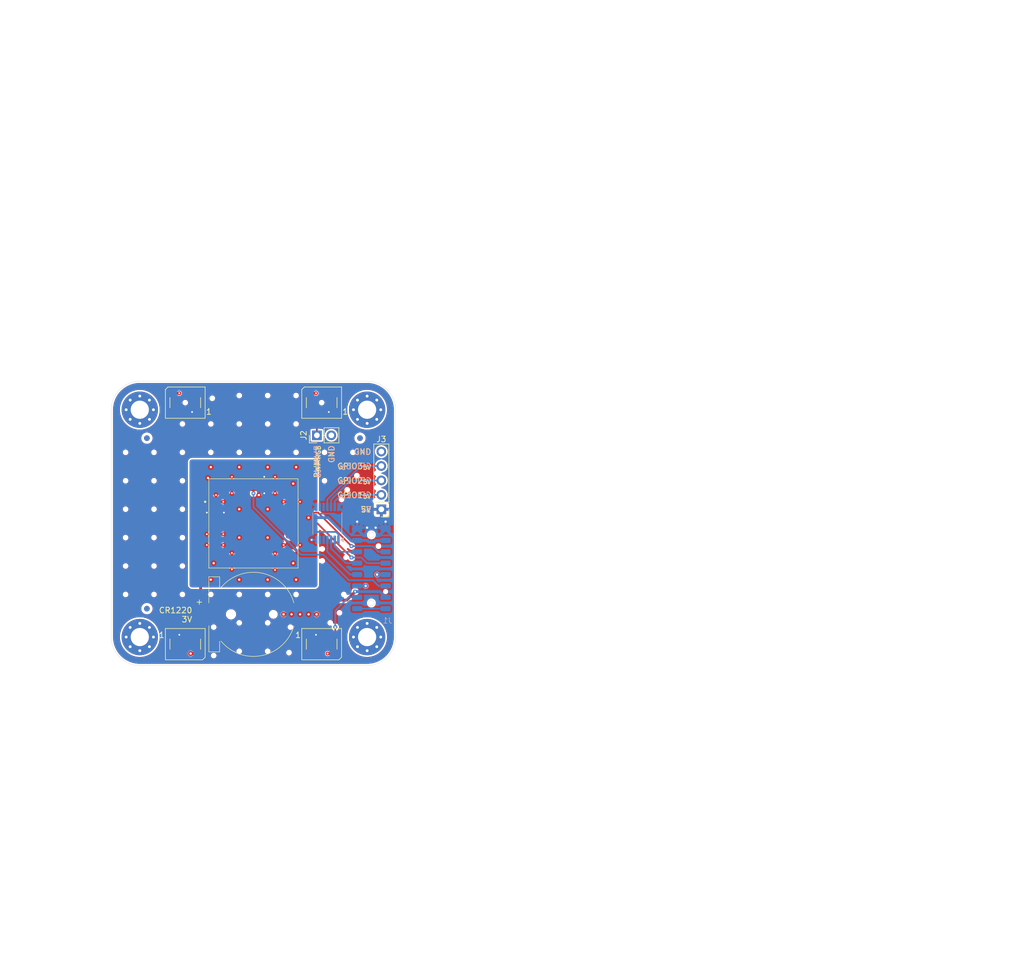
<source format=kicad_pcb>
(kicad_pcb (version 20240108) (generator "pcbnew") (generator_version "8.0")
  (title_block (title "Nerve GPS PCB") (rev "0.1.0-alpha"))
  (layers (0 "F.Cu" signal) (1 "In1.Cu" power) (2 "In2.Cu" power) (31 "B.Cu" signal) (34 "B.Paste" user) (35 "F.Paste" user) (36 "B.SilkS" user "B.Silkscreen") (37 "F.SilkS" user "F.Silkscreen") (38 "B.Mask" user) (39 "F.Mask" user) (44 "Edge.Cuts" user))
  (net 0 "")
  (net 1 "+3VBATT")
  (net 2 "GND")
  (net 3 "/LED_PWM_{5V}")
  (net 4 "+5V")
  (net 5 "+3V3")
  (net 6 "/GPIO_3")
  (net 7 "/GPIO_1")
  (net 8 "/GPS_UART_TX")
  (net 9 "/GPIO_2")
  (net 10 "/GPS_NRST")
  (net 11 "/GPS_UART_RX")
  (net 12 "/GPIO_2_{5V}")
  (net 13 "Net-(D1-DOUT)")
  (net 14 "/GPIO_3_{5V}")
  (net 15 "Net-(D2-DOUT)")
  (net 16 "Net-(D3-DOUT)")
  (net 17 "Net-(D4-DOUT)")
  (net 18 "/GPIO_1_{5V}")
  (net 26 "Net-(J1-Pad15)")
  (footprint "Fiducial:Fiducial_1mm_Mask2mm" (layer "F.Cu") (at 129.75 120)
    (property "Reference" "FM1" (hide yes))
    (property "Value" "1mm")
    (pad "" smd circle (at 0 0) (size 1 1) (layers "F.Cu" "F.Mask") (clearance 0.5))
  )
  (footprint "Fiducial:Fiducial_1mm_Mask2mm" (layer "F.Cu") (at 129.75 90)
    (property "Reference" "FM2" (hide yes))
    (property "Value" "1mm")
    (pad "" smd circle (at 0 0) (size 1 1) (layers "F.Cu" "F.Mask") (clearance 0.5))
  )
  (footprint "ublox:ublox_sam" (layer "F.Cu") (at 148.5 105)
    (property "Reference" "U1" (hide yes))
    (property "Value" "SAM-M10Q")
    (pad "1" smd roundrect (at -6.6 -3.8) (size 1.8 1.5) (layers "F.Cu" "F.Mask") (net 2 "GND"))
    (pad "2" smd roundrect (at -6.6 -1.9) (size 1.8 1.5) (layers "F.Cu" "F.Mask") (net 5 "+3V3"))
    (pad "3" smd roundrect (at -6.6 0) (size 1.8 1.5) (layers "F.Cu" "F.Mask") (net 1 "+3VBATT"))
    (pad "4" smd roundrect (at -6.6 1.9) (size 1.8 1.5) (layers "F.Cu" "F.Mask") (net 2 "GND"))
    (pad "5" smd roundrect (at -6.6 3.8) (size 1.8 1.5) (layers "F.Cu" "F.Mask") (net 2 "GND"))
    (pad "6" smd roundrect (at -3.8 6.6) (size 1.5 1.8) (layers "F.Cu" "F.Mask") (net 2 "GND"))
    (pad "7" smd roundrect (at -1.9 6.6) (size 1.5 1.8) (layers "F.Cu" "F.Mask"))
    (pad "8" smd roundrect (at 0 6.6) (size 1.5 1.8) (layers "F.Cu" "F.Mask"))
    (pad "9" smd roundrect (at 1.9 6.6) (size 1.5 1.8) (layers "F.Cu" "F.Mask"))
    (pad "10" smd roundrect (at 3.8 6.6) (size 1.5 1.8) (layers "F.Cu" "F.Mask") (net 2 "GND"))
    (pad "11" smd roundrect (at 6.6 3.8) (size 1.8 1.5) (layers "F.Cu" "F.Mask") (net 2 "GND"))
    (pad "12" smd roundrect (at 6.6 1.9) (size 1.8 1.5) (layers "F.Cu" "F.Mask"))
    (pad "13" smd roundrect (at 6.6 0) (size 1.8 1.5) (layers "F.Cu" "F.Mask") (net 11 "/GPS_UART_RX"))
    (pad "14" smd roundrect (at 6.6 -1.9) (size 1.8 1.5) (layers "F.Cu" "F.Mask") (net 8 "/GPS_UART_TX"))
    (pad "15" smd roundrect (at 6.6 -3.8) (size 1.8 1.5) (layers "F.Cu" "F.Mask") (net 2 "GND"))
    (pad "16" smd roundrect (at 3.8 -6.6) (size 1.5 1.8) (layers "F.Cu" "F.Mask") (net 2 "GND"))
    (pad "17" smd roundrect (at 1.9 -6.6) (size 1.5 1.8) (layers "F.Cu" "F.Mask") (net 5 "+3V3"))
    (pad "18" smd roundrect (at 0 -6.6) (size 1.5 1.8) (layers "F.Cu" "F.Mask") (net 10 "/GPS_NRST"))
    (pad "19" smd roundrect (at -1.9 -6.6) (size 1.5 1.8) (layers "F.Cu" "F.Mask"))
    (pad "20" smd roundrect (at -3.8 -6.6) (size 1.5 1.8) (layers "F.Cu" "F.Mask") (net 2 "GND"))
  )
  (footprint "LED_SMD:LED_WS2812B_PLCC4_5.0x5.0mm_P3.2mm" (layer "F.Cu") (at 136.5 83.75 180)
    (property "Reference" "D3" (hide yes))
    (property "Value" "WS2812B")
    (fp_text user "1" (at -4.15 -1.6 0) (layer "F.SilkS"))
    (pad "1" smd roundrect (at -2.45 -1.65 180) (size 1.5 0.9) (layers "F.Cu" "F.Paste" "F.Mask") (roundrect_rratio 0.1) (net 4 "+5V"))
    (pad "2" smd roundrect (at -2.45 1.65 180) (size 1.5 0.9) (layers "F.Cu" "F.Paste" "F.Mask") (roundrect_rratio 0.1) (net 16 "Net-(D3-DOUT)"))
    (pad "3" smd roundrect (at 2.45 1.65 180) (size 1.5 0.9) (layers "F.Cu" "F.Paste" "F.Mask") (roundrect_rratio 0.1) (net 2 "GND"))
    (pad "4" smd roundrect (at 2.45 -1.65 180) (size 1.5 0.9) (layers "F.Cu" "F.Paste" "F.Mask") (roundrect_rratio 0.1) (net 15 "Net-(D2-DOUT)"))
  )
  (footprint "MountingHole:MountingHole_3.2mm_M3_Pad_Via" (layer "F.Cu") (at 128.5 85 -45)
    (property "Reference" "H1" (hide yes))
    (property "Value" "M3")
    (pad "1" thru_hole circle (at -2.4 0 315) (size 0.8 0.8) (drill 0.5) (layers "*.Cu" "*.Mask") (net 2 "GND"))
    (pad "1" thru_hole circle (at -1.697056 -1.697056 315) (size 0.8 0.8) (drill 0.5) (layers "*.Cu" "*.Mask") (net 2 "GND"))
    (pad "1" thru_hole circle (at -1.697056 1.697056 315) (size 0.8 0.8) (drill 0.5) (layers "*.Cu" "*.Mask") (net 2 "GND"))
    (pad "1" thru_hole circle (at 0 -2.4 315) (size 0.8 0.8) (drill 0.5) (layers "*.Cu" "*.Mask") (net 2 "GND"))
    (pad "1" thru_hole circle (at 0 0 315) (size 6.4 6.4) (drill 3.2) (layers "*.Cu" "*.Mask") (net 2 "GND"))
    (pad "1" thru_hole circle (at 0 2.4 315) (size 0.8 0.8) (drill 0.5) (layers "*.Cu" "*.Mask") (net 2 "GND"))
    (pad "1" thru_hole circle (at 1.697056 -1.697056 315) (size 0.8 0.8) (drill 0.5) (layers "*.Cu" "*.Mask") (net 2 "GND"))
    (pad "1" thru_hole circle (at 1.697056 1.697056 315) (size 0.8 0.8) (drill 0.5) (layers "*.Cu" "*.Mask") (net 2 "GND"))
    (pad "1" thru_hole circle (at 2.4 0 315) (size 0.8 0.8) (drill 0.5) (layers "*.Cu" "*.Mask") (net 2 "GND"))
  )
  (footprint "MountingHole:MountingHole_3.2mm_M3_Pad_Via" (layer "F.Cu") (at 168.5 85 135)
    (property "Reference" "H2" (hide yes))
    (property "Value" "M3")
    (pad "1" thru_hole circle (at -2.4 0 135) (size 0.8 0.8) (drill 0.5) (layers "*.Cu" "*.Mask") (net 2 "GND"))
    (pad "1" thru_hole circle (at -1.697056 -1.697056 135) (size 0.8 0.8) (drill 0.5) (layers "*.Cu" "*.Mask") (net 2 "GND"))
    (pad "1" thru_hole circle (at -1.697056 1.697056 135) (size 0.8 0.8) (drill 0.5) (layers "*.Cu" "*.Mask") (net 2 "GND"))
    (pad "1" thru_hole circle (at 0 -2.4 135) (size 0.8 0.8) (drill 0.5) (layers "*.Cu" "*.Mask") (net 2 "GND"))
    (pad "1" thru_hole circle (at 0 0 135) (size 6.4 6.4) (drill 3.2) (layers "*.Cu" "*.Mask") (net 2 "GND"))
    (pad "1" thru_hole circle (at 0 2.4 135) (size 0.8 0.8) (drill 0.5) (layers "*.Cu" "*.Mask") (net 2 "GND"))
    (pad "1" thru_hole circle (at 1.697056 -1.697056 135) (size 0.8 0.8) (drill 0.5) (layers "*.Cu" "*.Mask") (net 2 "GND"))
    (pad "1" thru_hole circle (at 1.697056 1.697056 135) (size 0.8 0.8) (drill 0.5) (layers "*.Cu" "*.Mask") (net 2 "GND"))
    (pad "1" thru_hole circle (at 2.4 0 135) (size 0.8 0.8) (drill 0.5) (layers "*.Cu" "*.Mask") (net 2 "GND"))
  )
  (footprint "Connector_PinHeader_2.54mm:PinHeader_1x02_P2.54mm_Vertical" (layer "F.Cu") (at 159.66 89.5 90)
    (property "Reference" "J2" (at 0 -2.33 90) (layer "F.SilkS"))
    (property "Value" "WS2812B")
    (pad "1" thru_hole rect (at 0 0 90) (size 1.7 1.7) (drill 1) (layers "*.Cu" "*.Mask") (net 17 "Net-(D4-DOUT)"))
    (pad "2" thru_hole oval (at 0 2.54 90) (size 1.7 1.7) (drill 1) (layers "*.Cu" "*.Mask") (net 2 "GND"))
  )
  (footprint "Connector_PinHeader_2.54mm:PinHeader_1x05_P2.54mm_Vertical" (layer "F.Cu") (at 171 102.52 180)
    (property "Reference" "J3" (at 0 12.325 180) (layer "F.SilkS"))
    (property "Value" "5V GPIO Breakout")
    (pad "1" thru_hole rect (at 0 0 180) (size 1.7 1.7) (drill 1) (layers "*.Cu" "*.Mask") (net 4 "+5V"))
    (pad "2" thru_hole oval (at 0 2.54 180) (size 1.7 1.7) (drill 1) (layers "*.Cu" "*.Mask") (net 18 "/GPIO_1_{5V}"))
    (pad "3" thru_hole oval (at 0 5.08 180) (size 1.7 1.7) (drill 1) (layers "*.Cu" "*.Mask") (net 12 "/GPIO_2_{5V}"))
    (pad "4" thru_hole oval (at 0 7.62 180) (size 1.7 1.7) (drill 1) (layers "*.Cu" "*.Mask") (net 14 "/GPIO_3_{5V}"))
    (pad "5" thru_hole oval (at 0 10.16 180) (size 1.7 1.7) (drill 1) (layers "*.Cu" "*.Mask") (net 2 "GND"))
  )
  (footprint "MountingHole:MountingHole_3.2mm_M3_Pad_Via" (layer "F.Cu") (at 168.5 125 135)
    (property "Reference" "H4" (hide yes))
    (property "Value" "M3")
    (pad "1" thru_hole circle (at -2.4 0 135) (size 0.8 0.8) (drill 0.5) (layers "*.Cu" "*.Mask") (net 2 "GND"))
    (pad "1" thru_hole circle (at -1.697056 -1.697056 135) (size 0.8 0.8) (drill 0.5) (layers "*.Cu" "*.Mask") (net 2 "GND"))
    (pad "1" thru_hole circle (at -1.697056 1.697056 135) (size 0.8 0.8) (drill 0.5) (layers "*.Cu" "*.Mask") (net 2 "GND"))
    (pad "1" thru_hole circle (at 0 -2.4 135) (size 0.8 0.8) (drill 0.5) (layers "*.Cu" "*.Mask") (net 2 "GND"))
    (pad "1" thru_hole circle (at 0 0 135) (size 6.4 6.4) (drill 3.2) (layers "*.Cu" "*.Mask") (net 2 "GND"))
    (pad "1" thru_hole circle (at 0 2.4 135) (size 0.8 0.8) (drill 0.5) (layers "*.Cu" "*.Mask") (net 2 "GND"))
    (pad "1" thru_hole circle (at 1.697056 -1.697056 135) (size 0.8 0.8) (drill 0.5) (layers "*.Cu" "*.Mask") (net 2 "GND"))
    (pad "1" thru_hole circle (at 1.697056 1.697056 135) (size 0.8 0.8) (drill 0.5) (layers "*.Cu" "*.Mask") (net 2 "GND"))
    (pad "1" thru_hole circle (at 2.4 0 135) (size 0.8 0.8) (drill 0.5) (layers "*.Cu" "*.Mask") (net 2 "GND"))
  )
  (footprint "common:harwin_s8411-45r_cr1220_battery" (layer "F.Cu") (at 148.5 121 -90)
    (property "Reference" "BT1" (hide yes))
    (property "Value" "CR1220")
    (pad "" np_thru_hole circle (at 0 -3.5 270) (size 1.05 1.05) (drill 1.05) (layers "F&B.Cu" "*.Mask"))
    (pad "" np_thru_hole circle (at 0 3.95 270) (size 1.3 1.3) (drill 1.3) (layers "F&B.Cu" "*.Mask"))
    (pad "1" smd roundrect (at 0 -8.2 270) (size 2.3 4.5) (layers "F.Cu" "F.Paste" "F.Mask") (net 2 "GND"))
    (pad "2" smd roundrect (at 0 8.2 270) (size 2.3 4.5) (layers "F.Cu" "F.Paste" "F.Mask") (net 1 "+3VBATT"))
  )
  (footprint "LED_SMD:LED_WS2812B_PLCC4_5.0x5.0mm_P3.2mm" (layer "F.Cu") (at 160.5 83.75 180)
    (property "Reference" "D4" (hide yes))
    (property "Value" "WS2812B")
    (fp_text user "1" (at -4.15 -1.6 0) (layer "F.SilkS"))
    (pad "1" smd roundrect (at -2.45 -1.65 180) (size 1.5 0.9) (layers "F.Cu" "F.Paste" "F.Mask") (roundrect_rratio 0.1) (net 4 "+5V"))
    (pad "2" smd roundrect (at -2.45 1.65 180) (size 1.5 0.9) (layers "F.Cu" "F.Paste" "F.Mask") (roundrect_rratio 0.1) (net 17 "Net-(D4-DOUT)"))
    (pad "3" smd roundrect (at 2.45 1.65 180) (size 1.5 0.9) (layers "F.Cu" "F.Paste" "F.Mask") (roundrect_rratio 0.1) (net 2 "GND"))
    (pad "4" smd roundrect (at 2.45 -1.65 180) (size 1.5 0.9) (layers "F.Cu" "F.Paste" "F.Mask") (roundrect_rratio 0.1) (net 16 "Net-(D3-DOUT)"))
  )
  (footprint "Fiducial:Fiducial_1mm_Mask2mm" (layer "F.Cu") (at 167.25 90)
    (property "Reference" "FM3" (hide yes))
    (property "Value" "1mm")
    (pad "" smd circle (at 0 0) (size 1 1) (layers "F.Cu" "F.Mask") (clearance 0.5))
  )
  (footprint "LED_SMD:LED_WS2812B_PLCC4_5.0x5.0mm_P3.2mm" (layer "F.Cu") (at 136.5 126.25)
    (property "Reference" "D2" (hide yes))
    (property "Value" "WS2812B")
    (fp_text user "1" (at -4.15 -1.6 0) (layer "F.SilkS"))
    (pad "1" smd roundrect (at -2.45 -1.65) (size 1.5 0.9) (layers "F.Cu" "F.Paste" "F.Mask") (roundrect_rratio 0.1) (net 4 "+5V"))
    (pad "2" smd roundrect (at -2.45 1.65) (size 1.5 0.9) (layers "F.Cu" "F.Paste" "F.Mask") (roundrect_rratio 0.1) (net 15 "Net-(D2-DOUT)"))
    (pad "3" smd roundrect (at 2.45 1.65) (size 1.5 0.9) (layers "F.Cu" "F.Paste" "F.Mask") (roundrect_rratio 0.1) (net 2 "GND"))
    (pad "4" smd roundrect (at 2.45 -1.65) (size 1.5 0.9) (layers "F.Cu" "F.Paste" "F.Mask") (roundrect_rratio 0.1) (net 13 "Net-(D1-DOUT)"))
  )
  (footprint "LED_SMD:LED_WS2812B_PLCC4_5.0x5.0mm_P3.2mm" (layer "F.Cu") (at 160.5 126.25)
    (property "Reference" "D1" (hide yes))
    (property "Value" "WS2812B")
    (fp_text user "1" (at -4.15 -1.6 0) (layer "F.SilkS"))
    (pad "1" smd roundrect (at -2.45 -1.65) (size 1.5 0.9) (layers "F.Cu" "F.Paste" "F.Mask") (roundrect_rratio 0.1) (net 4 "+5V"))
    (pad "2" smd roundrect (at -2.45 1.65) (size 1.5 0.9) (layers "F.Cu" "F.Paste" "F.Mask") (roundrect_rratio 0.1) (net 13 "Net-(D1-DOUT)"))
    (pad "3" smd roundrect (at 2.45 1.65) (size 1.5 0.9) (layers "F.Cu" "F.Paste" "F.Mask") (roundrect_rratio 0.1) (net 2 "GND"))
    (pad "4" smd roundrect (at 2.45 -1.65) (size 1.5 0.9) (layers "F.Cu" "F.Paste" "F.Mask") (roundrect_rratio 0.1) (net 3 "/LED_PWM_{5V}"))
  )
  (footprint "MountingHole:MountingHole_3.2mm_M3_Pad_Via" (layer "F.Cu") (at 128.5 125 -135)
    (property "Reference" "H3" (hide yes))
    (property "Value" "M3")
    (pad "1" thru_hole circle (at -2.4 0 225) (size 0.8 0.8) (drill 0.5) (layers "*.Cu" "*.Mask") (net 2 "GND"))
    (pad "1" thru_hole circle (at -1.697056 -1.697056 225) (size 0.8 0.8) (drill 0.5) (layers "*.Cu" "*.Mask") (net 2 "GND"))
    (pad "1" thru_hole circle (at -1.697056 1.697056 225) (size 0.8 0.8) (drill 0.5) (layers "*.Cu" "*.Mask") (net 2 "GND"))
    (pad "1" thru_hole circle (at 0 -2.4 225) (size 0.8 0.8) (drill 0.5) (layers "*.Cu" "*.Mask") (net 2 "GND"))
    (pad "1" thru_hole circle (at 0 0 225) (size 6.4 6.4) (drill 3.2) (layers "*.Cu" "*.Mask") (net 2 "GND"))
    (pad "1" thru_hole circle (at 0 2.4 225) (size 0.8 0.8) (drill 0.5) (layers "*.Cu" "*.Mask") (net 2 "GND"))
    (pad "1" thru_hole circle (at 1.697056 -1.697056 225) (size 0.8 0.8) (drill 0.5) (layers "*.Cu" "*.Mask") (net 2 "GND"))
    (pad "1" thru_hole circle (at 1.697056 1.697056 225) (size 0.8 0.8) (drill 0.5) (layers "*.Cu" "*.Mask") (net 2 "GND"))
    (pad "1" thru_hole circle (at 2.4 0 225) (size 0.8 0.8) (drill 0.5) (layers "*.Cu" "*.Mask") (net 2 "GND"))
  )
  (footprint "Fiducial:Fiducial_1mm_Mask2mm" (layer "B.Cu") (at 129.75 120 180)
    (property "Reference" "FM4" (hide yes))
    (property "Value" "1mm")
    (pad "" smd circle (at 0 0 180) (size 1 1) (layers "B.Cu" "B.Mask") (clearance 0.5))
  )
  (footprint "common:txb0104qpwrq1" (layer "B.Cu") (at 161.5 105 90)
    (property "Reference" "U2" (hide yes))
    (property "Value" "TXB0104QPWRQ1")
    (pad "1" smd roundrect (at -2.9 1.95 90) (size 1.5 0.45) (layers "B.Cu" "B.Paste" "B.Mask") (net 5 "+3V3"))
    (pad "2" smd roundrect (at -2.9 1.3 90) (size 1.5 0.45) (layers "B.Cu" "B.Paste" "B.Mask") (net 7 "/GPIO_1"))
    (pad "3" smd roundrect (at -2.9 0.65 90) (size 1.5 0.45) (layers "B.Cu" "B.Paste" "B.Mask") (net 9 "/GPIO_2"))
    (pad "4" smd roundrect (at -2.9 0 90) (size 1.5 0.45) (layers "B.Cu" "B.Paste" "B.Mask") (net 6 "/GPIO_3"))
    (pad "5" smd roundrect (at -2.9 -0.65 90) (size 1.5 0.45) (layers "B.Cu" "B.Paste" "B.Mask"))
    (pad "6" smd roundrect (at -2.9 -1.3 90) (size 1.5 0.45) (layers "B.Cu" "B.Paste" "B.Mask"))
    (pad "7" smd roundrect (at -2.9 -1.95 90) (size 1.5 0.45) (layers "B.Cu" "B.Paste" "B.Mask") (net 2 "GND"))
    (pad "8" smd roundrect (at 2.9 -1.95 90) (size 1.5 0.45) (layers "B.Cu" "B.Paste" "B.Mask") (net 5 "+3V3"))
    (pad "9" smd roundrect (at 2.9 -1.3 90) (size 1.5 0.45) (layers "B.Cu" "B.Paste" "B.Mask"))
    (pad "10" smd roundrect (at 2.9 -0.65 90) (size 1.5 0.45) (layers "B.Cu" "B.Paste" "B.Mask"))
    (pad "11" smd roundrect (at 2.9 0 90) (size 1.5 0.45) (layers "B.Cu" "B.Paste" "B.Mask") (net 14 "/GPIO_3_{5V}"))
    (pad "12" smd roundrect (at 2.9 0.65 90) (size 1.5 0.45) (layers "B.Cu" "B.Paste" "B.Mask") (net 12 "/GPIO_2_{5V}"))
    (pad "13" smd roundrect (at 2.9 1.3 90) (size 1.5 0.45) (layers "B.Cu" "B.Paste" "B.Mask") (net 18 "/GPIO_1_{5V}"))
    (pad "14" smd roundrect (at 2.9 1.95 90) (size 1.5 0.45) (layers "B.Cu" "B.Paste" "B.Mask") (net 4 "+5V"))
  )
  (footprint "Fiducial:Fiducial_1mm_Mask2mm" (layer "B.Cu") (at 129.75 90 180)
    (property "Reference" "FM5" (hide yes))
    (property "Value" "1mm")
    (pad "" smd circle (at 0 0 180) (size 1 1) (layers "B.Cu" "B.Mask") (clearance 0.5))
  )
  (footprint "connectors:bf080-16-a-1-l-c" (layer "B.Cu") (at 169.25 113 -90)
    (property "Reference" "J1" (at 9.1 -2.85 0) (layer "B.SilkS") (effects (font (thickness 0.1)) (justify mirror)))
    (property "Value" "BF080-16-A-1-L-C")
    (fp_circle (center -6 0) (end -5.5 0) (stroke (width 0.05)) (fill none) (layer "Edge.Cuts"))
    (fp_circle (center 6 0) (end 6.5 0) (stroke (width 0.05)) (fill none) (layer "Edge.Cuts"))
    (pad "1" smd roundrect (at -7 2.5 270) (size 0.9 1.8) (layers "B.Cu" "B.Paste" "B.Mask") (net 4 "+5V"))
    (pad "2" smd roundrect (at -7 -2.5 270) (size 0.9 1.8) (layers "B.Cu" "B.Paste" "B.Mask") (net 4 "+5V"))
    (pad "3" smd roundrect (at -5 2.5 270) (size 0.9 1.8) (layers "B.Cu" "B.Paste" "B.Mask") (net 5 "+3V3"))
    (pad "4" smd roundrect (at -5 -2.5 270) (size 0.9 1.8) (layers "B.Cu" "B.Paste" "B.Mask") (net 5 "+3V3"))
    (pad "5" smd roundrect (at -3 2.5 270) (size 0.9 1.8) (layers "B.Cu" "B.Paste" "B.Mask") (net 7 "/GPIO_1"))
    (pad "6" smd roundrect (at -3 -2.5 270) (size 0.9 1.8) (layers "B.Cu" "B.Paste" "B.Mask") (net 8 "/GPS_UART_TX"))
    (pad "7" smd roundrect (at -1 2.5 270) (size 0.9 1.8) (layers "B.Cu" "B.Paste" "B.Mask") (net 9 "/GPIO_2"))
    (pad "8" smd roundrect (at -1 -2.5 270) (size 0.9 1.8) (layers "B.Cu" "B.Paste" "B.Mask") (net 11 "/GPS_UART_RX"))
    (pad "9" smd roundrect (at 1 2.5 270) (size 0.9 1.8) (layers "B.Cu" "B.Paste" "B.Mask") (net 6 "/GPIO_3"))
    (pad "10" smd roundrect (at 1 -2.5 270) (size 0.9 1.8) (layers "B.Cu" "B.Paste" "B.Mask") (net 2 "GND"))
    (pad "11" smd roundrect (at 3 2.5 270) (size 0.9 1.8) (layers "B.Cu" "B.Paste" "B.Mask") (net 2 "GND"))
    (pad "12" smd roundrect (at 3 -2.5 270) (size 0.9 1.8) (layers "B.Cu" "B.Paste" "B.Mask") (net 10 "/GPS_NRST"))
    (pad "13" smd roundrect (at 5 2.5 270) (size 0.9 1.8) (layers "B.Cu" "B.Paste" "B.Mask") (net 3 "/LED_PWM_{5V}"))
    (pad "14" smd roundrect (at 5 -2.5 270) (size 0.9 1.8) (layers "B.Cu" "B.Paste" "B.Mask") (net 1 "+3VBATT"))
    (pad "15" smd roundrect (at 7 2.5 270) (size 0.9 1.8) (layers "B.Cu" "B.Paste" "B.Mask") (net 26 "Net-(J1-Pad15)"))
    (pad "16" smd roundrect (at 7 -2.5 270) (size 0.9 1.8) (layers "B.Cu" "B.Paste" "B.Mask") (net 26 "Net-(J1-Pad15)"))
  )
  (footprint "Fiducial:Fiducial_1mm_Mask2mm" (layer "B.Cu") (at 167.25 90 180)
    (property "Reference" "FM6" (hide yes))
    (property "Value" "1mm")
    (pad "" smd circle (at 0 0 180) (size 1 1) (layers "B.Cu" "B.Mask") (clearance 0.5))
  )
  (gr_line (start 173.5 85) (end 173.5 125) (stroke (width 0.05)) (layer "Edge.Cuts"))
  (gr_arc (start 173.5 125) (mid 172.035534 128.535534) (end 168.5 130) (stroke (width 0.05)) (layer "Edge.Cuts"))
  (gr_line (start 128.5 80) (end 168.5 80) (stroke (width 0.05)) (layer "Edge.Cuts"))
  (gr_line (start 128.5 130) (end 168.5 130) (stroke (width 0.05)) (layer "Edge.Cuts"))
  (gr_arc (start 123.5 85) (mid 124.964466 81.464466) (end 128.5 80) (stroke (width 0.05)) (layer "Edge.Cuts"))
  (gr_arc (start 128.5 130) (mid 124.964466 128.535534) (end 123.5 125) (stroke (width 0.05)) (layer "Edge.Cuts"))
  (gr_line (start 123.5 85) (end 123.5 125) (stroke (width 0.05)) (layer "Edge.Cuts"))
  (gr_arc (start 168.5 80) (mid 172.035534 81.464466) (end 173.5 85) (stroke (width 0.05)) (layer "Edge.Cuts"))
  (gr_text "GND" (at 169.32619 92.99 0) (layer "B.SilkS") (effects (font (size 1 1)) (justify left bottom mirror)))
  (gr_text "GPIO2_{5V}" (at 169.32619 98.07 0) (layer "B.SilkS") (effects (font (size 1 1)) (justify left bottom mirror)))
  (gr_text "PWM_{RGB}" (at 160.295 91.17381 90) (layer "B.SilkS") (effects (font (size 1 1)) (justify left bottom mirror)))
  (gr_text "5V" (at 169.32619 103.15 0) (layer "B.SilkS") (effects (font (size 1 1)) (justify left bottom mirror)))
  (gr_text "GPIO3_{5V}" (at 169.32619 95.53 0) (layer "B.SilkS") (effects (font (size 1 1)) (justify left bottom mirror)))
  (gr_text "GND" (at 162.835 91.17381 90) (layer "B.SilkS") (effects (font (size 1 1)) (justify left bottom mirror)))
  (gr_text "GPIO1_{5V}" (at 169.32619 100.61 0) (layer "B.SilkS") (effects (font (size 1 1)) (justify left bottom mirror)))
  (gr_text "GPIO3_{5V}" (at 169.3 95.53 0) (layer "F.SilkS") (effects (font (size 1 1)) (justify right bottom)))
  (gr_text "CR1220\n3V" (at 137.8 121.1 0) (layer "F.SilkS") (effects (font (size 1 1)) (justify right)))
  (gr_text "5V" (at 169.3 103.15 0) (layer "F.SilkS") (effects (font (size 1 1)) (justify right bottom)))
  (gr_text "GPIO2_{5V}" (at 169.3 98.07 0) (layer "F.SilkS") (effects (font (size 1 1)) (justify right bottom)))
  (gr_text "PWM_{RGB}" (at 160.295 91.2 90) (layer "F.SilkS") (effects (font (size 1 1)) (justify right bottom)))
  (gr_text "GPIO1_{5V}" (at 169.3 100.61 0) (layer "F.SilkS") (effects (font (size 1 1)) (justify right bottom)))
  (gr_text "GND" (at 162.835 91.2 90) (layer "F.SilkS") (effects (font (size 1 1)) (justify right bottom)))
  (gr_text "GND" (at 169.3 92.99 0) (layer "F.SilkS") (effects (font (size 1 1)) (justify right bottom)))
  (segment (start 139.2 119.9) (end 140.3 121) (width 0.5) (layer "F.Cu") (net 1))
  (segment (start 139.2 106.5) (end 139.2 119.9) (width 0.5) (layer "F.Cu") (net 1))
  (segment (start 166.4 117) (end 164.9 118.5) (width 0.5) (layer "F.Cu") (net 1))
  (segment (start 140.7 105) (end 139.2 106.5) (width 0.5) (layer "F.Cu") (net 1))
  (segment (start 143.75 118.5) (end 141.25 121) (width 0.5) (layer "F.Cu") (net 1))
  (segment (start 141.9 105) (end 140.7 105) (width 0.5) (layer "F.Cu") (net 1))
  (segment (start 164.9 118.5) (end 143.75 118.5) (width 0.5) (layer "F.Cu") (net 1))
  (segment (start 141.25 121) (end 140.3 121) (width 0.5) (layer "F.Cu") (net 1))
  (via (at 166.4 117) (size 0.7) (drill 0.3) (layers "F.Cu" "B.Cu") (remove_unused_layers yes) (net 1))
  (segment (start 166.4 117) (end 170.75 117) (width 0.5) (layer "B.Cu") (net 1))
  (segment (start 170.75 117) (end 171.75 118) (width 0.5) (layer "B.Cu") (net 1))
  (segment (start 153.8 101.2) (end 156.7 101.2) (width 0.5) (layer "F.Cu") (net 2))
  (segment (start 153.8 108.8) (end 155.1 108.8) (width 0.5) (layer "F.Cu") (net 2))
  (segment (start 152.3 99.7) (end 152.3 98.4) (width 0.5) (layer "F.Cu") (net 2))
  (segment (start 156.7 121) (end 159.6 121) (width 0.5) (layer "F.Cu") (net 2))
  (segment (start 135.45 82.1) (end 134.05 82.1) (width 0.5) (layer "F.Cu") (net 2))
  (segment (start 141.9 101.2) (end 143.2 101.2) (width 0.5) (layer "F.Cu") (net 2))
  (segment (start 144.7 98.4) (end 144.7 96.8) (width 0.5) (layer "F.Cu") (net 2))
  (segment (start 159.5 82.1) (end 158.05 82.1) (width 0.5) (layer "F.Cu") (net 2))
  (segment (start 141.9 106.9) (end 140.3 106.9) (width 0.5) (layer "F.Cu") (net 2))
  (segment (start 156.7 121) (end 153.8 121) (width 0.5) (layer "F.Cu") (net 2))
  (segment (start 152.3 111.6) (end 152.3 110.3) (width 0.5) (layer "F.Cu") (net 2))
  (segment (start 141.9 106.9) (end 143.2 106.9) (width 0.5) (layer "F.Cu") (net 2))
  (segment (start 144.7 111.6) (end 144.7 110.2) (width 0.5) (layer "F.Cu") (net 2))
  (segment (start 156.7 108.8) (end 155.1 108.8) (width 0.5) (layer "F.Cu") (net 2))
  (segment (start 152.3 98.4) (end 152.3 96.8) (width 0.5) (layer "F.Cu") (net 2))
  (segment (start 152.3 113.2) (end 152.3 111.6) (width 0.5) (layer "F.Cu") (net 2))
  (segment (start 161.55 127.9) (end 162.95 127.9) (width 0.5) (layer "F.Cu") (net 2))
  (segment (start 138.95 127.9) (end 137.45 127.9) (width 0.5) (layer "F.Cu") (net 2))
  (segment (start 144.7 99.7) (end 144.7 98.4) (width 0.5) (layer "F.Cu") (net 2))
  (segment (start 141.9 101.2) (end 141.9 100) (width 0.5) (layer "F.Cu") (net 2))
  (segment (start 141.9 108.8) (end 143.2 108.8) (width 0.5) (layer "F.Cu") (net 2))
  (segment (start 144.7 113.1) (end 144.7 111.6) (width 0.5) (layer "F.Cu") (net 2))
  (segment (start 141.9 108.8) (end 140.3 108.8) (width 0.5) (layer "F.Cu") (net 2))
  (via (at 156 117.5) (size 0.9) (drill 0.4) (layers "F.Cu" "B.Cu") (remove_unused_layers yes) (zone_layer_connections "In1.Cu" "In2.Cu") (net 2))
  (via (at 164 100.78) (size 0.9) (drill 0.4) (layers "F.Cu" "B.Cu") (remove_unused_layers yes) (zone_layer_connections "In1.Cu" "In2.Cu") (net 2))
  (via (at 141 87.5) (size 0.9) (drill 0.4) (layers "F.Cu" "B.Cu") (remove_unused_layers yes) (zone_layer_connections "In1.Cu" "In2.Cu") (net 2))
  (via (at 170.25 114) (size 0.9) (drill 0.4) (layers "F.Cu" "B.Cu") (remove_unused_layers yes) (zone_layer_connections "In1.Cu" "In2.Cu") (net 2))
  (via (at 136 117.5) (size 0.9) (drill 0.4) (layers "F.Cu" "B.Cu") (remove_unused_layers yes) (zone_layer_connections "In1.Cu" "In2.Cu") (net 2))
  (via (at 163.640686 120.740686) (size 0.9) (drill 0.4) (layers "F.Cu" "B.Cu") (remove_unused_layers yes) (zone_layer_connections "In1.Cu" "In2.Cu") (net 2))
  (via (at 136 87.5) (size 0.9) (drill 0.4) (layers "F.Cu" "B.Cu") (remove_unused_layers yes) (zone_layer_connections "In1.Cu" "In2.Cu") (net 2))
  (via (at 141.5 123.25) (size 0.9) (drill 0.4) (layers "F.Cu" "B.Cu") (remove_unused_layers yes) (zone_layer_connections "In1.Cu" "In2.Cu") (net 2))
  (via (at 151 92.5) (size 0.9) (drill 0.4) (layers "F.Cu" "B.Cu") (remove_unused_layers yes) (zone_layer_connections "In1.Cu" "In2.Cu") (net 2))
  (via (at 131 117.5) (size 0.9) (drill 0.4) (layers "F.Cu" "B.Cu") (remove_unused_layers yes) (zone_layer_connections "In1.Cu" "In2.Cu") (net 2))
  (via (at 166 92.5) (size 0.9) (drill 0.4) (layers "F.Cu" "B.Cu") (remove_unused_layers yes) (zone_layer_connections "In1.Cu" "In2.Cu") (net 2))
  (via (at 149.448685 100.016228) (size 0.9) (drill 0.4) (layers "F.Cu" "B.Cu") (remove_unused_layers yes) (zone_layer_connections "F.Cu" "In1.Cu" "In2.Cu") (net 2))
  (via (at 156.7 101.2) (size 0.7) (drill 0.3) (layers "F.Cu" "B.Cu") (remove_unused_layers yes) (zone_layer_connections "F.Cu" "In1.Cu" "In2.Cu") (net 2))
  (via (at 143.2 101.2) (size 0.7) (drill 0.3) (layers "F.Cu" "B.Cu") (remove_unused_layers yes) (zone_layer_connections "F.Cu" "In1.Cu" "In2.Cu") (net 2))
  (via (at 166.7 96.6) (size 0.9) (drill 0.4) (layers "F.Cu" "B.Cu") (remove_unused_layers yes) (zone_layer_connections "In1.Cu" "In2.Cu") (net 2))
  (via (at 160.5 83.75) (size 0.9) (drill 0.4) (layers "F.Cu" "B.Cu") (remove_unused_layers yes) (zone_layer_connections "In1.Cu" "In2.Cu") (net 2))
  (via (at 152.3 99.7) (size 0.7) (drill 0.3) (layers "F.Cu" "B.Cu") (remove_unused_layers yes) (zone_layer_connections "F.Cu" "In1.Cu" "In2.Cu") (net 2))
  (via (at 151 82.5) (size 0.9) (drill 0.4) (layers "F.Cu" "B.Cu") (remove_unused_layers yes) (zone_layer_connections "In1.Cu" "In2.Cu") (net 2))
  (via (at 144.7 96.8) (size 0.7) (drill 0.3) (layers "F.Cu" "B.Cu") (remove_unused_layers yes) (zone_layer_connections "F.Cu" "In1.Cu" "In2.Cu") (net 2))
  (via (at 155.5 98) (size 0.9) (drill 0.4) (layers "F.Cu" "B.Cu") (remove_unused_layers yes) (zone_layer_connections "F.Cu" "In1.Cu" "In2.Cu") (net 2))
  (via (at 156 92.5) (size 0.9) (drill 0.4) (layers "F.Cu" "B.Cu") (remove_unused_layers yes) (zone_layer_connections "In1.Cu" "In2.Cu") (net 2))
  (via (at 165 99.1) (size 0.9) (drill 0.4) (layers "F.Cu" "B.Cu") (remove_unused_layers yes) (zone_layer_connections "In1.Cu" "In2.Cu") (net 2))
  (via (at 156 82.5) (size 0.9) (drill 0.4) (layers "F.Cu" "B.Cu") (remove_unused_layers yes) (zone_layer_connections "In1.Cu" "In2.Cu") (net 2))
  (via (at 141 95.1) (size 0.9) (drill 0.4) (layers "F.Cu" "B.Cu") (remove_unused_layers yes) (zone_layer_connections "F.Cu" "In1.Cu" "In2.Cu") (net 2))
  (via (at 140.5 97) (size 0.9) (drill 0.4) (layers "F.Cu" "B.Cu") (remove_unused_layers yes) (zone_layer_connections "F.Cu" "In1.Cu" "In2.Cu") (net 2))
  (via (at 144.7 110.2) (size 0.7) (drill 0.3) (layers "F.Cu" "B.Cu") (remove_unused_layers yes) (zone_layer_connections "F.Cu" "In1.Cu" "In2.Cu") (net 2))
  (via (at 136.5 83.75) (size 0.9) (drill 0.4) (layers "F.Cu" "B.Cu") (remove_unused_layers yes) (zone_layer_connections "In1.Cu" "In2.Cu") (net 2))
  (via (at 137.45 127.9) (size 0.9) (drill 0.4) (layers "F.Cu" "B.Cu") (remove_unused_layers yes) (zone_layer_connections "In1.Cu" "In2.Cu") (net 2))
  (via (at 168.25 116) (size 0.9) (drill 0.4) (layers "F.Cu" "B.Cu") (remove_unused_layers yes) (zone_layer_connections "In1.Cu" "In2.Cu") (net 2))
  (via (at 143.2 108.8) (size 0.7) (drill 0.3) (layers "F.Cu" "B.Cu") (remove_unused_layers yes) (zone_layer_connections "F.Cu" "In1.Cu" "In2.Cu") (net 2))
  (via (at 131 92.5) (size 0.9) (drill 0.4) (layers "F.Cu" "B.Cu") (remove_unused_layers yes) (zone_layer_connections "In1.Cu" "In2.Cu") (net 2))
  (via (at 136 107.5) (size 0.9) (drill 0.4) (layers "F.Cu" "B.Cu") (remove_unused_layers yes) (zone_layer_connections "In1.Cu" "In2.Cu") (net 2))
  (via (at 141.5 128.25) (size 0.9) (drill 0.4) (layers "F.Cu" "B.Cu") (remove_unused_layers yes) (zone_layer_connections "In1.Cu" "In2.Cu") (net 2))
  (via (at 164.75 111) (size 0.7) (drill 0.3) (layers "F.Cu" "B.Cu") (remove_unused_layers yes) (zone_layer_connections "In1.Cu" "In2.Cu") (net 2))
  (via (at 161 97.5) (size 0.9) (drill 0.4) (layers "F.Cu" "B.Cu") (remove_unused_layers yes) (zone_layer_connections "In1.Cu" "In2.Cu") (net 2))
  (via (at 146 122.5) (size 0.9) (drill 0.4) (layers "F.Cu" "B.Cu") (remove_unused_layers yes) (zone_layer_connections "In1.Cu" "In2.Cu") (net 2))
  (via (at 164.75 109) (size 0.7) (drill 0.3) (layers "F.Cu" "B.Cu") (remove_unused_layers yes) (zone_layer_connections "In1.Cu" "In2.Cu") (net 2))
  (via (at 159.5 82.1) (size 0.7) (drill 0.3) (layers "F.Cu" "B.Cu") (remove_unused_layers yes) (zone_layer_connections "In1.Cu" "In2.Cu") (net 2))
  (via (at 155 123.25) (size 0.9) (drill 0.4) (layers "F.Cu" "B.Cu") (remove_unused_layers yes) (zone_layer_connections "In1.Cu" "In2.Cu") (net 2))
  (via (at 136 97.5) (size 0.9) (drill 0.4) (layers "F.Cu" "B.Cu") (remove_unused_layers yes) (zone_layer_connections "In1.Cu" "In2.Cu") (net 2))
  (via (at 141 92.5) (size 0.9) (drill 0.4) (layers "F.Cu" "B.Cu") (remove_unused_layers yes) (zone_layer_connections "In1.Cu" "In2.Cu") (net 2))
  (via (at 160.6 111.6) (size 0.9) (drill 0.4) (layers "F.Cu" "B.Cu") (remove_unused_layers yes) (zone_layer_connections "In1.Cu" "In2.Cu") (net 2))
  (via (at 151 102.5) (size 0.9) (drill 0.4) (layers "F.Cu" "B.Cu") (remove_unused_layers yes) (zone_layer_connections "F.Cu" "In1.Cu" "In2.Cu") (net 2))
  (via (at 136 102.5) (size 0.9) (drill 0.4) (layers "F.Cu" "B.Cu") (remove_unused_layers yes) (zone_layer_connections "In1.Cu" "In2.Cu") (net 2))
  (via (at 152.3 113.2) (size 0.7) (drill 0.3) (layers "F.Cu" "B.Cu") (remove_unused_layers yes) (zone_layer_connections "F.Cu" "In1.Cu" "In2.Cu") (net 2))
  (via (at 131 97.5) (size 0.9) (drill 0.4) (layers "F.Cu" "B.Cu") (remove_unused_layers yes) (zone_layer_connections "In1.Cu" "In2.Cu") (net 2))
  (via (at 126 107.5) (size 0.9) (drill 0.4) (layers "F.Cu" "B.Cu") (remove_unused_layers yes) (zone_layer_connections "In1.Cu" "In2.Cu") (net 2))
  (via (at 136 92.5) (size 0.9) (drill 0.4) (layers "F.Cu" "B.Cu") (remove_unused_layers yes) (zone_layer_connections "In1.Cu" "In2.Cu") (net 2))
  (via (at 153.8 101.2) (size 0.7) (drill 0.3) (layers "F.Cu" "B.Cu") (remove_unused_layers yes) (zone_layer_connections "F.Cu" "In1.Cu" "In2.Cu") (net 2))
  (via (at 143.2 106.9) (size 0.7) (drill 0.3) (layers "F.Cu" "B.Cu") (remove_unused_layers yes) (zone_layer_connections "F.Cu" "In1.Cu" "In2.Cu") (net 2))
  (via (at 126 112.5) (size 0.9) (drill 0.4) (layers "F.Cu" "B.Cu") (remove_unused_layers yes) (zone_layer_connections "In1.Cu" "In2.Cu") (net 2))
  (via (at 151 107.5) (size 0.9) (drill 0.4) (layers "F.Cu" "B.Cu") (remove_unused_layers yes) (zone_layer_connections "F.Cu" "In1.Cu" "In2.Cu") (net 2))
  (via (at 141 117.5) (size 0.9) (drill 0.4) (layers "F.Cu" "B.Cu") (remove_unused_layers yes) (zone_layer_connections "In1.Cu" "In2.Cu") (net 2))
  (via (at 146 102.5) (size 0.9) (drill 0.4) (layers "F.Cu" "B.Cu") (remove_unused_layers yes) (zone_layer_connections "F.Cu" "In1.Cu" "In2.Cu") (net 2))
  (via (at 141.5 112) (size 0.9) (drill 0.4) (layers "F.Cu" "B.Cu") (remove_unused_layers yes) (zone_layer_connections "F.Cu" "In1.Cu" "In2.Cu") (net 2))
  (via (at 146 95.1) (size 0.9) (drill 0.4) (layers "F.Cu" "B.Cu") (remove_unused_layers yes) (zone_layer_connections "F.Cu" "In1.Cu" "In2.Cu") (net 2))
  (via (at 141 114.9) (size 0.9) (drill 0.4) (layers "F.Cu" "B.Cu") (remove_unused_layers yes) (zone_layer_connections "F.Cu" "In1.Cu" "In2.Cu") (net 2))
  (via (at 156 114.9) (size 0.9) (drill 0.4) (layers "F.Cu" "B.Cu") (remove_unused_layers yes) (zone_layer_connections "F.Cu" "In1.Cu" "In2.Cu") (net 2))
  (via (at 146 82.5) (size 0.9) (drill 0.4) (layers "F.Cu" "B.Cu") (remove_unused_layers yes) (zone_layer_connections "In1.Cu" "In2.Cu") (net 2))
  (via (at 156 87.5) (size 0.9) (drill 0.4) (layers "F.Cu" "B.Cu") (remove_unused_layers yes) (zone_layer_connections "In1.Cu" "In2.Cu") (net 2))
  (via (at 136 112.5) (size 0.9) (drill 0.4) (layers "F.Cu" "B.Cu") (remove_unused_layers yes) (zone_layer_connections "In1.Cu" "In2.Cu") (net 2))
  (via (at 135.45 82.1) (size 0.7) (drill 0.3) (layers "F.Cu" "B.Cu") (remove_unused_layers yes) (zone_layer_connections "In1.Cu" "In2.Cu") (net 2))
  (via (at 156.7 121) (size 0.9) (drill 0.4) (layers "F.Cu" "B.Cu") (remove_unused_layers yes) (zone_layer_connections "In1.Cu" "In2.Cu") (net 2))
  (via (at 131 102.5) (size 0.9) (drill 0.4) (layers "F.Cu" "B.Cu") (remove_unused_layers yes) (zone_layer_connections "In1.Cu" "In2.Cu") (net 2))
  (via (at 151 87.5) (size 0.9) (drill 0.4) (layers "F.Cu" "B.Cu") (remove_unused_layers yes) (zone_layer_connections "In1.Cu" "In2.Cu") (net 2))
  (via (at 171.75 117) (size 0.7) (drill 0.3) (layers "F.Cu" "B.Cu") (remove_unused_layers yes) (zone_layer_connections "In1.Cu" "In2.Cu") (net 2))
  (via (at 146 92.5) (size 0.9) (drill 0.4) (layers "F.Cu" "B.Cu") (remove_unused_layers yes) (zone_layer_connections "In1.Cu" "In2.Cu") (net 2))
  (via (at 156.7 108.8) (size 0.7) (drill 0.3) (layers "F.Cu" "B.Cu") (remove_unused_layers yes) (zone_layer_connections "F.Cu" "In1.Cu" "In2.Cu") (net 2))
  (via (at 146 127.5) (size 0.9) (drill 0.4) (layers "F.Cu" "B.Cu") (remove_unused_layers yes) (zone_layer_connections "In1.Cu" "In2.Cu") (net 2))
  (via (at 158.200216 104.001988) (size 0.9) (drill 0.4) (layers "F.Cu" "B.Cu") (remove_unused_layers yes) (zone_layer_connections "F.Cu" "In1.Cu" "In2.Cu") (net 2))
  (via (at 126 117.5) (size 0.9) (drill 0.4) (layers "F.Cu" "B.Cu") (remove_unused_layers yes) (zone_layer_connections "In1.Cu" "In2.Cu") (net 2))
  (via (at 140.3 106.9) (size 0.7) (drill 0.3) (layers "F.Cu" "B.Cu") (remove_unused_layers yes) (zone_layer_connections "F.Cu" "In1.Cu" "In2.Cu") (net 2))
  (via (at 131 112.5) (size 0.9) (drill 0.4) (layers "F.Cu" "B.Cu") (remove_unused_layers yes) (zone_layer_connections "In1.Cu" "In2.Cu") (net 2))
  (via (at 140.3 108.8) (size 0.7) (drill 0.3) (layers "F.Cu" "B.Cu") (remove_unused_layers yes) (zone_layer_connections "F.Cu" "In1.Cu" "In2.Cu") (net 2))
  (via (at 162 122.5) (size 0.9) (drill 0.4) (layers "F.Cu" "B.Cu") (remove_unused_layers yes) (zone_layer_connections "In1.Cu" "In2.Cu") (net 2))
  (via (at 154.75 127.75) (size 0.9) (drill 0.4) (layers "F.Cu" "B.Cu") (remove_unused_layers yes) (zone_layer_connections "In1.Cu" "In2.Cu") (net 2))
  (via (at 152.3 110.3) (size 0.7) (drill 0.3) (layers "F.Cu" "B.Cu") (remove_unused_layers yes) (zone_layer_connections "F.Cu" "In1.Cu" "In2.Cu") (net 2))
  (via (at 169.950243 101.051456) (size 0.9) (drill 0.4) (layers "F.Cu" "B.Cu") (remove_unused_layers yes) (zone_layer_connections "In1.Cu" "In2.Cu") (net 2))
  (via (at 131 107.5) (size 0.9) (drill 0.4) (layers "F.Cu" "B.Cu") (remove_unused_layers yes) (zone_layer_connections "In1.Cu" "In2.Cu") (net 2))
  (via (at 161.55 127.9) (size 0.7) (drill 0.3) (layers "F.Cu" "B.Cu") (remove_unused_layers yes) (zone_layer_connections "In1.Cu" "In2.Cu") (net 2))
  (via (at 155.5 112) (size 0.9) (drill 0.4) (layers "F.Cu" "B.Cu") (remove_unused_layers yes) (zone_layer_connections "F.Cu" "In1.Cu" "In2.Cu") (net 2))
  (via (at 170.5 109) (size 0.9) (drill 0.4) (layers "F.Cu" "B.Cu") (remove_unused_layers yes) (zone_layer_connections "In1.Cu" "In2.Cu") (net 2))
  (via (at 126 92.5) (size 0.9) (drill 0.4) (layers "F.Cu" "B.Cu") (remove_unused_layers yes) (zone_layer_connections "In1.Cu" "In2.Cu") (net 2))
  (via (at 126 102.5) (size 0.9) (drill 0.4) (layers "F.Cu" "B.Cu") (remove_unused_layers yes) (zone_layer_connections "In1.Cu" "In2.Cu") (net 2))
  (via (at 146 107.5) (size 0.9) (drill 0.4) (layers "F.Cu" "B.Cu") (remove_unused_layers yes) (zone_layer_connections "F.Cu" "In1.Cu" "In2.Cu") (net 2))
  (via (at 161 92.5) (size 0.9) (drill 0.4) (layers "F.Cu" "B.Cu") (remove_unused_layers yes) (zone_layer_connections "In1.Cu" "In2.Cu") (net 2))
  (via (at 126 97.5) (size 0.9) (drill 0.4) (layers "F.Cu" "B.Cu") (remove_unused_layers yes) (zone_layer_connections "In1.Cu" "In2.Cu") (net 2))
  (via (at 158.2 121) (size 0.9) (drill 0.4) (layers "F.Cu" "B.Cu") (remove_unused_layers yes) (zone_layer_connections "In1.Cu" "In2.Cu") (net 2))
  (via (at 160.6 109.5) (size 0.9) (drill 0.4) (layers "F.Cu" "B.Cu") (remove_unused_layers yes) (zone_layer_connections "In1.Cu" "In2.Cu") (net 2))
  (via (at 170.201813 96.169998) (size 0.9) (drill 0.4) (layers "F.Cu" "B.Cu") (remove_unused_layers yes) (zone_layer_connections "In1.Cu" "In2.Cu") (net 2))
  (via (at 151 127.5) (size 0.9) (drill 0.4) (layers "F.Cu" "B.Cu") (remove_unused_layers yes) (zone_layer_connections "In1.Cu" "In2.Cu") (net 2))
  (via (at 159.6 121) (size 0.9) (drill 0.4) (layers "F.Cu" "B.Cu") (remove_unused_layers yes) (zone_layer_connections "In1.Cu" "In2.Cu") (net 2))
  (via (at 170.201811 98.71) (size 0.9) (drill 0.4) (layers "F.Cu" "B.Cu") (remove_unused_layers yes) (zone_layer_connections "In1.Cu" "In2.Cu") (net 2))
  (via (at 151 117.5) (size 0.9) (drill 0.4) (layers "F.Cu" "B.Cu") (remove_unused_layers yes) (zone_layer_connections "In1.Cu" "In2.Cu") (net 2))
  (via (at 156 95.1) (size 0.9) (drill 0.4) (layers "F.Cu" "B.Cu") (remove_unused_layers yes) (zone_layer_connections "F.Cu" "In1.Cu" "In2.Cu") (net 2))
  (via (at 164.4 117.5) (size 0.9) (drill 0.4) (layers "F.Cu" "B.Cu") (remove_unused_layers yes) (zone_layer_connections "In1.Cu" "In2.Cu") (net 2))
  (via (at 151 114.9) (size 0.9) (drill 0.4) (layers "F.Cu" "B.Cu") (remove_unused_layers yes) (zone_layer_connections "F.Cu" "In1.Cu" "In2.Cu") (net 2))
  (via (at 146 114.9) (size 0.9) (drill 0.4) (layers "F.Cu" "B.Cu") (remove_unused_layers yes) (zone_layer_connections "F.Cu" "In1.Cu" "In2.Cu") (net 2))
  (via (at 141.25 83) (size 0.9) (drill 0.4) (layers "F.Cu" "B.Cu") (remove_unused_layers yes) (zone_layer_connections "In1.Cu" "In2.Cu") (net 2))
  (via (at 151 122.5) (size 0.9) (drill 0.4) (layers "F.Cu" "B.Cu") (remove_unused_layers yes) (zone_layer_connections "In1.Cu" "In2.Cu") (net 2))
  (via (at 151 95.1) (size 0.9) (drill 0.4) (layers "F.Cu" "B.Cu") (remove_unused_layers yes) (zone_layer_connections "F.Cu" "In1.Cu" "In2.Cu") (net 2))
  (via (at 146 117.5) (size 0.9) (drill 0.4) (layers "F.Cu" "B.Cu") (remove_unused_layers yes) (zone_layer_connections "In1.Cu" "In2.Cu") (net 2))
  (via (at 146 87.5) (size 0.9) (drill 0.4) (layers "F.Cu" "B.Cu") (remove_unused_layers yes) (zone_layer_connections "In1.Cu" "In2.Cu") (net 2))
  (via (at 144.7 113.1) (size 0.7) (drill 0.3) (layers "F.Cu" "B.Cu") (remove_unused_layers yes) (zone_layer_connections "F.Cu" "In1.Cu" "In2.Cu") (net 2))
  (via (at 153.8 108.8) (size 0.7) (drill 0.3) (layers "F.Cu" "B.Cu") (remove_unused_layers yes) (zone_layer_connections "F.Cu" "In1.Cu" "In2.Cu") (net 2))
  (via (at 152.3 96.8) (size 0.7) (drill 0.3) (layers "F.Cu" "B.Cu") (remove_unused_layers yes) (zone_layer_connections "F.Cu" "In1.Cu" "In2.Cu") (net 2))
  (via (at 144.7 99.7) (size 0.7) (drill 0.3) (layers "F.Cu" "B.Cu") (remove_unused_layers yes) (zone_layer_connections "F.Cu" "In1.Cu" "In2.Cu") (net 2))
  (via (at 153.8 121) (size 0.9) (drill 0.4) (layers "F.Cu" "B.Cu") (remove_unused_layers yes) (zone_layer_connections "In1.Cu" "In2.Cu") (net 2))
  (via (at 155.2 121) (size 0.9) (drill 0.4) (layers "F.Cu" "B.Cu") (remove_unused_layers yes) (zone_layer_connections "In1.Cu" "In2.Cu") (net 2))
  (via (at 158.75 107.9) (size 0.7) (drill 0.3) (layers "F.Cu" "B.Cu") (remove_unused_layers yes) (zone_layer_connections "F.Cu" "In1.Cu" "In2.Cu") (net 2))
  (via (at 141.9 100) (size 0.7) (drill 0.3) (layers "F.Cu" "B.Cu") (remove_unused_layers yes) (zone_layer_connections "F.Cu" "In1.Cu" "In2.Cu") (net 2))
  (segment (start 170.25 114) (end 171.75 114) (width 0.5) (layer "B.Cu") (net 2))
  (segment (start 168.25 116) (end 166.75 116) (width 0.5) (layer "B.Cu") (net 2))
  (segment (start 158.75 107.9) (end 159.55 107.9) (width 0.3) (layer "B.Cu") (net 2))
  (segment (start 162.9 123.25) (end 162.9 124.7) (width 0.3) (layer "F.Cu") (net 3))
  (via (at 162.9 123.25) (size 0.7) (drill 0.3) (layers "F.Cu" "B.Cu") (remove_unused_layers yes) (net 3))
  (segment (start 165.25 118) (end 166.75 118) (width 0.3) (layer "B.Cu") (net 3))
  (segment (start 162.9 120.35) (end 165.25 118) (width 0.3) (layer "B.Cu") (net 3))
  (segment (start 162.9 123.25) (end 162.9 120.35) (width 0.3) (layer "B.Cu") (net 3))
  (segment (start 161.75 85.4) (end 162.95 85.4) (width 0.5) (layer "F.Cu") (net 4))
  (segment (start 137.7 85.4) (end 138.95 85.4) (width 0.5) (layer "F.Cu") (net 4))
  (segment (start 135.45 124.6) (end 134.05 124.6) (width 0.5) (layer "F.Cu") (net 4))
  (segment (start 159.5 124.6) (end 158.05 124.6) (width 0.5) (layer "F.Cu") (net 4))
  (via (at 137.7 85.4) (size 0.7) (drill 0.3) (layers "F.Cu" "B.Cu") (remove_unused_layers yes) (zone_layer_connections "F.Cu" "B.Cu") (net 4))
  (via (at 159.5 124.6) (size 0.7) (drill 0.3) (layers "F.Cu" "B.Cu") (remove_unused_layers yes) (zone_layer_connections "F.Cu" "B.Cu") (net 4))
  (via (at 168.5 105.75) (size 0.9) (drill 0.4) (layers "F.Cu" "B.Cu") (remove_unused_layers yes) (zone_layer_connections "F.Cu" "B.Cu") (net 4))
  (via (at 171.75 104.7) (size 0.9) (drill 0.4) (layers "F.Cu" "B.Cu") (remove_unused_layers yes) (zone_layer_connections "F.Cu" "B.Cu") (net 4))
  (via (at 135.45 124.6) (size 0.7) (drill 0.3) (layers "F.Cu" "B.Cu") (remove_unused_layers yes) (zone_layer_connections "F.Cu" "B.Cu") (net 4))
  (via (at 170 105.75) (size 0.9) (drill 0.4) (layers "F.Cu" "B.Cu") (remove_unused_layers yes) (zone_layer_connections "F.Cu" "B.Cu") (net 4))
  (via (at 161.75 85.4) (size 0.7) (drill 0.3) (layers "F.Cu" "B.Cu") (remove_unused_layers yes) (zone_layer_connections "F.Cu" "B.Cu") (net 4))
  (via (at 166.75 104.7) (size 0.9) (drill 0.4) (layers "F.Cu" "B.Cu") (remove_unused_layers yes) (zone_layer_connections "F.Cu" "B.Cu") (net 4))
  (segment (start 167 105.75) (end 166.75 106) (width 0.5) (layer "B.Cu") (net 4))
  (segment (start 168.5 105.75) (end 170 105.75) (width 0.5) (layer "B.Cu") (net 4))
  (segment (start 171.5 105.75) (end 171.75 106) (width 0.5) (layer "B.Cu") (net 4))
  (segment (start 166.75 104.7) (end 166.75 106) (width 0.5) (layer "B.Cu") (net 4))
  (segment (start 170 105.75) (end 171.5 105.75) (width 0.5) (layer "B.Cu") (net 4))
  (segment (start 171.75 106) (end 171.75 104.7) (width 0.5) (layer "B.Cu") (net 4))
  (segment (start 168.5 105.75) (end 167 105.75) (width 0.5) (layer "B.Cu") (net 4))
  (segment (start 150.4 96.8) (end 150.4 98.4) (width 0.5) (layer "F.Cu") (net 5))
  (segment (start 150.4 99.7) (end 150.4 98.4) (width 0.5) (layer "F.Cu") (net 5))
  (segment (start 141.9 103.1) (end 140.3 103.1) (width 0.5) (layer "F.Cu") (net 5))
  (segment (start 141.9 103.1) (end 143.3 103.1) (width 0.5) (layer "F.Cu") (net 5))
  (via (at 140.3 103.1) (size 0.7) (drill 0.3) (layers "F.Cu" "B.Cu") (remove_unused_layers yes) (zone_layer_connections "B.Cu") (net 5))
  (via (at 150.4 99.7) (size 0.7) (drill 0.3) (layers "F.Cu" "B.Cu") (remove_unused_layers yes) (zone_layer_connections "B.Cu") (net 5))
  (via (at 143.3 103.1) (size 0.7) (drill 0.3) (layers "F.Cu" "B.Cu") (remove_unused_layers yes) (zone_layer_connections "B.Cu") (net 5))
  (via (at 150.4 96.8) (size 0.7) (drill 0.3) (layers "F.Cu" "B.Cu") (remove_unused_layers yes) (zone_layer_connections "B.Cu") (net 5))
  (segment (start 165.65 108) (end 166.75 108) (width 0.5) (layer "B.Cu") (net 5))
  (segment (start 161.630078 103.980078) (end 165.65 108) (width 0.5) (layer "B.Cu") (net 5))
  (segment (start 163.028596 106.5) (end 163.45 106.921404) (width 0.3) (layer "B.Cu") (net 5))
  (segment (start 166.75 108) (end 168.5 108) (width 0.5) (layer "B.Cu") (net 5))
  (segment (start 159.3 103.980078) (end 161.630078 103.980078) (width 0.5) (layer "B.Cu") (net 5))
  (segment (start 170 108) (end 171.75 108) (width 0.5) (layer "B.Cu") (net 5))
  (segment (start 159.3 106.5) (end 163.028596 106.5) (width 0.3) (layer "B.Cu") (net 5))
  (segment (start 169.75 108.25) (end 170 108) (width 0.5) (layer "B.Cu") (net 5))
  (segment (start 168.5 108) (end 168.75 108.25) (width 0.5) (layer "B.Cu") (net 5))
  (segment (start 168.75 108.25) (end 169.75 108.25) (width 0.5) (layer "B.Cu") (net 5))
  (segment (start 163.45 106.921404) (end 163.45 107.9) (width 0.3) (layer "B.Cu") (net 5))
  (segment (start 161.5 110) (end 165.5 114) (width 0.3) (layer "B.Cu") (net 6))
  (segment (start 161.5 107.9) (end 161.5 110) (width 0.3) (layer "B.Cu") (net 6))
  (segment (start 165.5 114) (end 166.75 114) (width 0.3) (layer "B.Cu") (net 6))
  (segment (start 163.75 110) (end 166.75 110) (width 0.3) (layer "B.Cu") (net 7))
  (segment (start 162.8 109.05) (end 163.75 110) (width 0.3) (layer "B.Cu") (net 7))
  (segment (start 162.8 107.9) (end 162.8 109.05) (width 0.3) (layer "B.Cu") (net 7))
  (segment (start 165.75 109) (end 159.85 103.1) (width 0.3) (layer "F.Cu") (net 8))
  (segment (start 159.85 103.1) (end 155.1 103.1) (width 0.3) (layer "F.Cu") (net 8))
  (via (at 165.75 109) (size 0.7) (drill 0.3) (layers "F.Cu" "B.Cu") (remove_unused_layers yes) (net 8))
  (segment (start 169.5 109) (end 170.5 110) (width 0.3) (layer "B.Cu") (net 8))
  (segment (start 165.75 109) (end 169.5 109) (width 0.3) (layer "B.Cu") (net 8))
  (segment (start 170.5 110) (end 171.75 110) (width 0.3) (layer "B.Cu") (net 8))
  (segment (start 164.75 112) (end 166.75 112) (width 0.3) (layer "B.Cu") (net 9))
  (segment (start 162.15 109.4) (end 164.75 112) (width 0.3) (layer "B.Cu") (net 9))
  (segment (start 162.15 107.9) (end 162.15 109.4) (width 0.3) (layer "B.Cu") (net 9))
  (segment (start 148.5 98.4) (end 148.5 99.7) (width 0.3) (layer "F.Cu") (net 10))
  (via (at 148.5 99.7) (size 0.7) (drill 0.3) (layers "F.Cu" "B.Cu") (remove_unused_layers yes) (net 10))
  (segment (start 169.5 115) (end 170.5 116) (width 0.3) (layer "B.Cu") (net 10))
  (segment (start 160.8 110.5) (end 165.3 115) (width 0.3) (layer "B.Cu") (net 10))
  (segment (start 148.5 99.7) (end 148.5 102.15) (width 0.3) (layer "B.Cu") (net 10))
  (segment (start 165.3 115) (end 169.5 115) (width 0.3) (layer "B.Cu") (net 10))
  (segment (start 156.85 110.5) (end 160.8 110.5) (width 0.3) (layer "B.Cu") (net 10))
  (segment (start 170.5 116) (end 171.75 116) (width 0.3) (layer "B.Cu") (net 10))
  (segment (start 148.5 102.15) (end 156.85 110.5) (width 0.3) (layer "B.Cu") (net 10))
  (segment (start 159.75 105) (end 155.1 105) (width 0.3) (layer "F.Cu") (net 11))
  (segment (start 165.75 111) (end 159.75 105) (width 0.3) (layer "F.Cu") (net 11))
  (via (at 165.75 111) (size 0.7) (drill 0.3) (layers "F.Cu" "B.Cu") (remove_unused_layers yes) (net 11))
  (segment (start 165.75 111) (end 167.469408 111) (width 0.3) (layer "B.Cu") (net 11))
  (segment (start 168.469408 112) (end 171.75 112) (width 0.3) (layer "B.Cu") (net 11))
  (segment (start 167.469408 111) (end 168.469408 112) (width 0.3) (layer "B.Cu") (net 11))
  (segment (start 165.56 97.44) (end 171 97.44) (width 0.3) (layer "B.Cu") (net 12))
  (segment (start 162.15 102.1) (end 162.15 100.85) (width 0.3) (layer "B.Cu") (net 12))
  (segment (start 162.15 100.85) (end 165.56 97.44) (width 0.3) (layer "B.Cu") (net 12))
  (segment (start 152.8875 124.6) (end 156.1875 127.9) (width 0.3) (layer "F.Cu") (net 13))
  (segment (start 138.95 124.6) (end 152.8875 124.6) (width 0.3) (layer "F.Cu") (net 13))
  (segment (start 156.1875 127.9) (end 158.05 127.9) (width 0.3) (layer "F.Cu") (net 13))
  (segment (start 161.5 100.792894) (end 167.392894 94.9) (width 0.3) (layer "B.Cu") (net 14))
  (segment (start 167.392894 94.9) (end 171 94.9) (width 0.3) (layer "B.Cu") (net 14))
  (segment (start 161.5 102.1) (end 161.5 100.792894) (width 0.3) (layer "B.Cu") (net 14))
  (segment (start 132.75 90.5) (end 134.05 89.2) (width 0.3) (layer "F.Cu") (net 15))
  (segment (start 134.05 126.8) (end 132.75 125.5) (width 0.3) (layer "F.Cu") (net 15))
  (segment (start 134.05 127.9) (end 134.05 126.8) (width 0.3) (layer "F.Cu") (net 15))
  (segment (start 132.75 125.5) (end 132.75 90.5) (width 0.3) (layer "F.Cu") (net 15))
  (segment (start 134.05 89.2) (end 134.05 85.4) (width 0.3) (layer "F.Cu") (net 15))
  (segment (start 144.9 85.4) (end 158.05 85.4) (width 0.3) (layer "F.Cu") (net 16))
  (segment (start 138.95 82.1) (end 141.6 82.1) (width 0.3) (layer "F.Cu") (net 16))
  (segment (start 141.6 82.1) (end 144.9 85.4) (width 0.3) (layer "F.Cu") (net 16))
  (segment (start 159.66 86.50005) (end 159.66 89.5) (width 0.3) (layer "F.Cu") (net 17))
  (segment (start 162.95 83.21005) (end 159.66 86.50005) (width 0.3) (layer "F.Cu") (net 17))
  (segment (start 162.95 82.1) (end 162.95 83.21005) (width 0.3) (layer "F.Cu") (net 17))
  (segment (start 163.92 99.98) (end 171 99.98) (width 0.3) (layer "B.Cu") (net 18))
  (segment (start 162.8 102.1) (end 162.8 101.1) (width 0.3) (layer "B.Cu") (net 18))
  (segment (start 162.8 101.1) (end 163.92 99.98) (width 0.3) (layer "B.Cu") (net 18))
  (segment (start 166.75 120) (end 171.75 120) (width 0.3) (layer "B.Cu") (net 26))
  (zone (net 2) (net_name "GND") (layer "F.Cu") (priority 1) (connect_pads (clearance 0.3)) (min_thickness 0.25) (fill yes (thermal_gap 0.5) (thermal_bridge_width 0.5) (smoothing fillet) (radius 0.5))
    (polygon (pts (xy 137.25 93.75) (xy 137.25 116.25) (xy 159.75 116.25) (xy 159.75 93.75)))
  )
  (zone (net 4) (net_name "+5V") (layers "F&B.Cu") (connect_pads (clearance 0.3)) (min_thickness 0.25) (fill yes (thermal_gap 0.5) (thermal_bridge_width 0.5))
    (polygon (pts (xy 123 79) (xy 174 79) (xy 174 131) (xy 123 131)))
  )
  (zone (net 5) (net_name "+3V3") (layer "B.Cu") (priority 1) (connect_pads (clearance 0.3)) (min_thickness 0.25) (fill yes (thermal_gap 0.5) (thermal_bridge_width 0.5) (smoothing fillet) (radius 0.5))
    (polygon (pts (xy 137.25 93.75) (xy 137.25 116.25) (xy 159.75 116.25) (xy 159.75 93.75)))
  )
)
</source>
